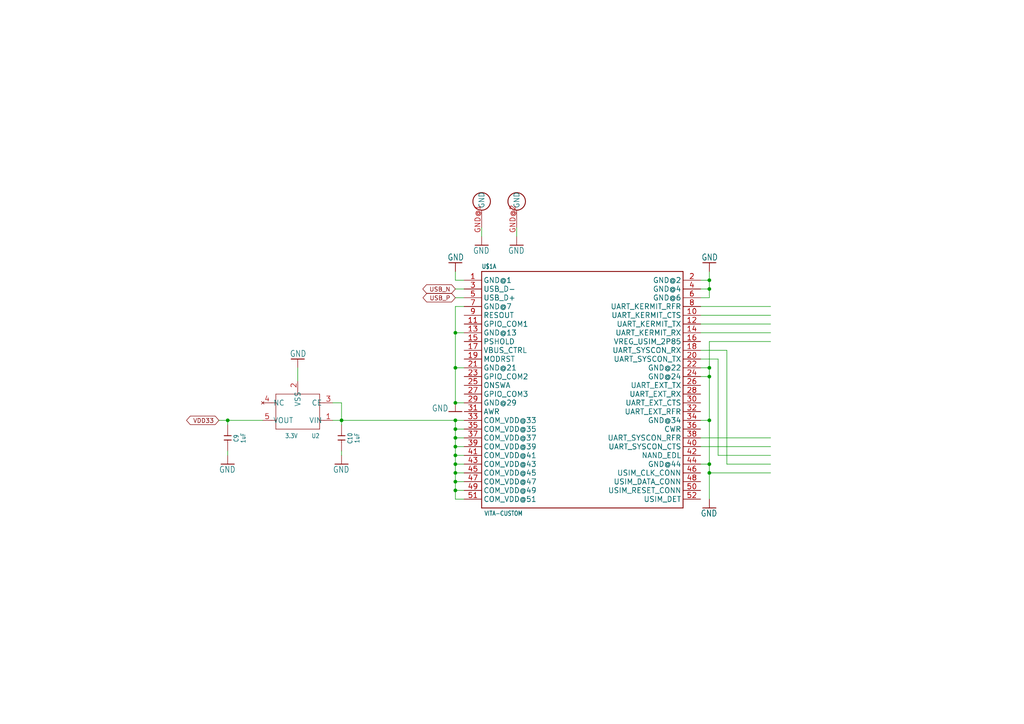
<source format=kicad_sch>
(kicad_sch (version 20250114) (generator "eeschema") (generator_version "9.0")
  (paper "A4")
  (lib_symbols
    (symbol "psvsd-eagle-import:CERAMIC-1NF-50V-5%-C0G(0603)"
      (property "Reference" "C" (at -3.81 1.27 0))
      (symbol "CERAMIC-1NF-50V-5%-C0G(0603)_1_0"
        (polyline (pts (xy -1.27 0) (xy -0.635 0)) (stroke (width 0.1524)))
        (polyline (pts (xy -0.635 0) (xy -0.635 1.016)) (stroke (width 0.254)))
        (polyline (pts (xy -0.635 -1.016) (xy -0.635 0)) (stroke (width 0.254)))
        (polyline (pts (xy 0.635 1.016) (xy 0.635 0)) (stroke (width 0.254)))
        (polyline (pts (xy 0.635 0) (xy 0.635 -1.016)) (stroke (width 0.254)))
        (polyline (pts (xy 0.635 0) (xy 1.27 0)) (stroke (width 0.1524)))
        (pin passive line (at -3.81 0 0) (length 2.54) (name "1") (number "1"))
        (pin passive line (at 3.81 0 180) (length 2.54) (name "2") (number "2"))
      )
    )
    (symbol "psvsd-eagle-import:GND" (power)
      (symbol "GND_1_0"
        (polyline (pts (xy -1.905 0) (xy 1.905 0)) (stroke (width 0.254)))
        (pin power_in line (at 0 2.54 270) (length 2.54) (name "GND") (number "1"))
      )
    )
    (symbol "psvsd-eagle-import:PMIC-LDO-XC6204B332MR(SOT23-5)"
      (property "Reference" "U" (at -6.35 6.35 0))
      (symbol "PMIC-LDO-XC6204B332MR(SOT23-5)_1_0"
        (polyline (pts (xy -7.62 2.54) (xy -6.35 2.54)) (stroke (width 0.1524)))
        (polyline (pts (xy -7.62 -2.54) (xy -6.35 -2.54)) (stroke (width 0.1524)))
        (polyline (pts (xy -6.35 5.08) (xy 6.35 5.08)) (stroke (width 0.1524)))
        (polyline (pts (xy -6.35 2.54) (xy -6.35 5.08)) (stroke (width 0.1524)))
        (polyline (pts (xy -6.35 -2.54) (xy -6.35 2.54)) (stroke (width 0.1524)))
        (polyline (pts (xy -6.35 -5.08) (xy -6.35 -2.54)) (stroke (width 0.1524)))
        (polyline (pts (xy 0 -5.08) (xy -6.35 -5.08)) (stroke (width 0.1524)))
        (polyline (pts (xy 0 -6.35) (xy 0 -5.08)) (stroke (width 0.1524)))
        (polyline (pts (xy 6.35 5.08) (xy 6.35 2.54)) (stroke (width 0.1524)))
        (polyline (pts (xy 6.35 2.54) (xy 6.35 -2.54)) (stroke (width 0.1524)))
        (polyline (pts (xy 6.35 -2.54) (xy 6.35 -5.08)) (stroke (width 0.1524)))
        (polyline (pts (xy 6.35 -5.08) (xy 0 -5.08)) (stroke (width 0.1524)))
        (polyline (pts (xy 7.62 2.54) (xy 6.35 2.54)) (stroke (width 0.1524)))
        (polyline (pts (xy 7.62 -2.54) (xy 6.35 -2.54)) (stroke (width 0.1524)))
        (pin input line (at -10.16 2.54 0) (length 2.54) (name "VIN") (number "1"))
        (pin bidirectional line (at -10.16 -2.54 0) (length 2.54) (name "CE") (number "3"))
        (pin power_in line (at 0 -8.89 90) (length 2.54) (name "VSS") (number "2"))
        (pin output line (at 10.16 2.54 180) (length 2.54) (name "VOUT") (number "5"))
        (pin no_connect line (at 10.16 -2.54 180) (length 2.54) (name "NC") (number "4"))
      )
    )
    (symbol "psvsd-eagle-import:VITA-CUSTOM"
      (symbol "VITA-CUSTOM_1_0"
        (polyline (pts (xy -27.94 38.1) (xy 30.48 38.1)) (stroke (width 0.254)))
        (polyline (pts (xy -27.94 -30.48) (xy -27.94 38.1)) (stroke (width 0.254)))
        (polyline (pts (xy 30.48 38.1) (xy 30.48 -30.48)) (stroke (width 0.254)))
        (polyline (pts (xy 30.48 -30.48) (xy -27.94 -30.48)) (stroke (width 0.254)))
        (pin bidirectional line (at -33.02 35.56 0) (length 5.08) (name "GND@1") (number "1"))
        (pin bidirectional line (at -33.02 33.02 0) (length 5.08) (name "USB_D-") (number "3"))
        (pin bidirectional line (at -33.02 30.48 0) (length 5.08) (name "USB_D+") (number "5"))
        (pin bidirectional line (at -33.02 27.94 0) (length 5.08) (name "GND@7") (number "7"))
        (pin bidirectional line (at -33.02 25.4 0) (length 5.08) (name "RESOUT") (number "9"))
        (pin bidirectional line (at -33.02 22.86 0) (length 5.08) (name "GPIO_COM1") (number "11"))
        (pin bidirectional line (at -33.02 20.32 0) (length 5.08) (name "GND@13") (number "13"))
        (pin bidirectional line (at -33.02 17.78 0) (length 5.08) (name "PSHOLD") (number "15"))
        (pin bidirectional line (at -33.02 15.24 0) (length 5.08) (name "VBUS_CTRL") (number "17"))
        (pin bidirectional line (at -33.02 12.7 0) (length 5.08) (name "MODRST") (number "19"))
        (pin bidirectional line (at -33.02 10.16 0) (length 5.08) (name "GND@21") (number "21"))
        (pin bidirectional line (at -33.02 7.62 0) (length 5.08) (name "GPIO_COM2") (number "23"))
        (pin bidirectional line (at -33.02 5.08 0) (length 5.08) (name "ONSWA") (number "25"))
        (pin bidirectional line (at -33.02 2.54 0) (length 5.08) (name "GPIO_COM3") (number "27"))
        (pin bidirectional line (at -33.02 0 0) (length 5.08) (name "GND@29") (number "29"))
        (pin bidirectional line (at -33.02 -2.54 0) (length 5.08) (name "AWR") (number "31"))
        (pin bidirectional line (at -33.02 -5.08 0) (length 5.08) (name "COM_VDD@33") (number "33"))
        (pin bidirectional line (at -33.02 -7.62 0) (length 5.08) (name "COM_VDD@35") (number "35"))
        (pin bidirectional line (at -33.02 -10.16 0) (length 5.08) (name "COM_VDD@37") (number "37"))
        (pin bidirectional line (at -33.02 -12.7 0) (length 5.08) (name "COM_VDD@39") (number "39"))
        (pin bidirectional line (at -33.02 -15.24 0) (length 5.08) (name "COM_VDD@41") (number "41"))
        (pin bidirectional line (at -33.02 -17.78 0) (length 5.08) (name "COM_VDD@43") (number "43"))
        (pin bidirectional line (at -33.02 -20.32 0) (length 5.08) (name "COM_VDD@45") (number "45"))
        (pin bidirectional line (at -33.02 -22.86 0) (length 5.08) (name "COM_VDD@47") (number "47"))
        (pin bidirectional line (at -33.02 -25.4 0) (length 5.08) (name "COM_VDD@49") (number "49"))
        (pin bidirectional line (at -33.02 -27.94 0) (length 5.08) (name "COM_VDD@51") (number "51"))
        (pin bidirectional line (at 35.56 35.56 180) (length 5.08) (name "GND@2") (number "2"))
        (pin bidirectional line (at 35.56 33.02 180) (length 5.08) (name "GND@4") (number "4"))
        (pin bidirectional line (at 35.56 30.48 180) (length 5.08) (name "GND@6") (number "6"))
        (pin bidirectional line (at 35.56 27.94 180) (length 5.08) (name "UART_KERMIT_RFR") (number "8"))
        (pin bidirectional line (at 35.56 25.4 180) (length 5.08) (name "UART_KERMIT_CTS") (number "10"))
        (pin bidirectional line (at 35.56 22.86 180) (length 5.08) (name "UART_KERMIT_TX") (number "12"))
        (pin bidirectional line (at 35.56 20.32 180) (length 5.08) (name "UART_KERMIT_RX") (number "14"))
        (pin bidirectional line (at 35.56 17.78 180) (length 5.08) (name "VREG_USIM_2P85") (number "16"))
        (pin bidirectional line (at 35.56 15.24 180) (length 5.08) (name "UART_SYSCON_RX") (number "18"))
        (pin bidirectional line (at 35.56 12.7 180) (length 5.08) (name "UART_SYSCON_TX") (number "20"))
        (pin bidirectional line (at 35.56 10.16 180) (length 5.08) (name "GND@22") (number "22"))
        (pin bidirectional line (at 35.56 7.62 180) (length 5.08) (name "GND@24") (number "24"))
        (pin bidirectional line (at 35.56 5.08 180) (length 5.08) (name "UART_EXT_TX") (number "26"))
        (pin bidirectional line (at 35.56 2.54 180) (length 5.08) (name "UART_EXT_RX") (number "28"))
        (pin bidirectional line (at 35.56 0 180) (length 5.08) (name "UART_EXT_CTS") (number "30"))
        (pin bidirectional line (at 35.56 -2.54 180) (length 5.08) (name "UART_EXT_RFR") (number "32"))
        (pin bidirectional line (at 35.56 -5.08 180) (length 5.08) (name "GND@34") (number "34"))
        (pin bidirectional line (at 35.56 -7.62 180) (length 5.08) (name "CWR") (number "36"))
        (pin bidirectional line (at 35.56 -10.16 180) (length 5.08) (name "UART_SYSCON_RFR") (number "38"))
        (pin bidirectional line (at 35.56 -12.7 180) (length 5.08) (name "UART_SYSCON_CTS") (number "40"))
        (pin bidirectional line (at 35.56 -15.24 180) (length 5.08) (name "NAND_EDL") (number "42"))
        (pin bidirectional line (at 35.56 -17.78 180) (length 5.08) (name "GND@44") (number "44"))
        (pin bidirectional line (at 35.56 -20.32 180) (length 5.08) (name "USIM_CLK_CONN") (number "46"))
        (pin bidirectional line (at 35.56 -22.86 180) (length 5.08) (name "USIM_DATA_CONN") (number "48"))
        (pin bidirectional line (at 35.56 -25.4 180) (length 5.08) (name "USIM_RESET_CONN") (number "50"))
        (pin bidirectional line (at 35.56 -27.94 180) (length 5.08) (name "USIM_DET") (number "52"))
      )
      (symbol "VITA-CUSTOM_2_0"
        (circle (center 0 2.54) (radius 2.54) (stroke (width 0.254)))
        (pin power_in line (at 0 -5.08 90) (length 5.08) (name "GND") (number "GND@1"))
      )
      (symbol "VITA-CUSTOM_3_0"
        (circle (center 0 2.54) (radius 2.54) (stroke (width 0.254)))
        (pin power_in line (at 0 -5.08 90) (length 5.08) (name "GND") (number "GND@2"))
      )
    )
  )
  (junction (at 132.08 124.46))
  (junction (at 205.74 137.16))
  (junction (at 205.74 83.82))
  (junction (at 132.08 142.24))
  (junction (at 132.08 121.92))
  (junction (at 205.74 81.28))
  (junction (at 132.08 129.54))
  (junction (at 205.74 134.62))
  (junction (at 132.08 96.52))
  (junction (at 99.06 121.92))
  (junction (at 66.04 121.92))
  (junction (at 132.08 127))
  (junction (at 132.08 132.08))
  (junction (at 132.08 106.68))
  (junction (at 205.74 106.68))
  (junction (at 205.74 109.22))
  (junction (at 132.08 134.62))
  (junction (at 132.08 139.7))
  (junction (at 205.74 121.92))
  (junction (at 132.08 116.84))
  (junction (at 132.08 137.16))
  (wire (pts (xy 134.62 129.54) (xy 132.08 129.54)) (stroke (width 0.1524)))
  (wire (pts (xy 99.06 116.84) (xy 99.06 121.92)) (stroke (width 0.1524)))
  (wire (pts (xy 205.74 83.82) (xy 205.74 81.28)) (stroke (width 0.1524)))
  (wire (pts (xy 132.08 142.24) (xy 132.08 139.7)) (stroke (width 0.1524)))
  (wire (pts (xy 223.52 99.06) (xy 205.74 99.06)) (stroke (width 0.1524)))
  (wire (pts (xy 134.62 132.08) (xy 132.08 132.08)) (stroke (width 0.1524)))
  (wire (pts (xy 205.74 134.62) (xy 205.74 137.16)) (stroke (width 0.1524)))
  (wire (pts (xy 203.2 91.44) (xy 223.52 91.44)) (stroke (width 0.1524)))
  (wire (pts (xy 134.62 83.82) (xy 132.08 83.82)) (stroke (width 0.1524)))
  (wire (pts (xy 203.2 129.54) (xy 223.52 129.54)) (stroke (width 0.1524)))
  (wire (pts (xy 203.2 88.9) (xy 223.52 88.9)) (stroke (width 0.1524)))
  (wire (pts (xy 203.2 109.22) (xy 205.74 109.22)) (stroke (width 0.1524)))
  (wire (pts (xy 132.08 127) (xy 132.08 124.46)) (stroke (width 0.1524)))
  (wire (pts (xy 66.04 130.81) (xy 66.04 132.08)))
  (wire (pts (xy 134.62 106.68) (xy 132.08 106.68)) (stroke (width 0.1524)))
  (wire (pts (xy 149.86 66.04) (xy 149.86 68.58)) (stroke (width 0.1524)))
  (wire (pts (xy 208.28 132.08) (xy 208.28 104.14)) (stroke (width 0.1524)))
  (wire (pts (xy 132.08 144.78) (xy 132.08 142.24)) (stroke (width 0.1524)))
  (wire (pts (xy 132.08 139.7) (xy 132.08 137.16)) (stroke (width 0.1524)))
  (wire (pts (xy 132.08 81.28) (xy 132.08 78.74)) (stroke (width 0.1524)))
  (wire (pts (xy 66.04 121.92) (xy 76.2 121.92)) (stroke (width 0.1524)))
  (wire (pts (xy 134.62 142.24) (xy 132.08 142.24)) (stroke (width 0.1524)))
  (wire (pts (xy 203.2 127) (xy 223.52 127)) (stroke (width 0.1524)))
  (wire (pts (xy 203.2 134.62) (xy 205.74 134.62)) (stroke (width 0.1524)))
  (wire (pts (xy 132.08 96.52) (xy 132.08 106.68)) (stroke (width 0.1524)))
  (wire (pts (xy 223.52 132.08) (xy 208.28 132.08)) (stroke (width 0.1524)))
  (wire (pts (xy 134.62 127) (xy 132.08 127)) (stroke (width 0.1524)))
  (wire (pts (xy 99.06 130.81) (xy 99.06 132.08)) (stroke (width 0.1524)))
  (wire (pts (xy 134.62 96.52) (xy 132.08 96.52)) (stroke (width 0.1524)))
  (wire (pts (xy 223.52 134.62) (xy 210.82 134.62)) (stroke (width 0.1524)))
  (wire (pts (xy 132.08 129.54) (xy 132.08 127)) (stroke (width 0.1524)))
  (wire (pts (xy 134.62 144.78) (xy 132.08 144.78)) (stroke (width 0.1524)))
  (wire (pts (xy 63.5 121.92) (xy 66.04 121.92)) (stroke (width 0.1524)))
  (wire (pts (xy 205.74 99.06) (xy 205.74 106.68)) (stroke (width 0.1524)))
  (wire (pts (xy 203.2 106.68) (xy 205.74 106.68)) (stroke (width 0.1524)))
  (wire (pts (xy 203.2 93.98) (xy 223.52 93.98)) (stroke (width 0.1524)))
  (wire (pts (xy 134.62 139.7) (xy 132.08 139.7)) (stroke (width 0.1524)))
  (wire (pts (xy 86.36 110.49) (xy 86.36 106.68)) (stroke (width 0.1524)))
  (wire (pts (xy 205.74 121.92) (xy 205.74 134.62)) (stroke (width 0.1524)))
  (wire (pts (xy 99.06 121.92) (xy 96.52 121.92)) (stroke (width 0.1524)))
  (wire (pts (xy 134.62 86.36) (xy 132.08 86.36)) (stroke (width 0.1524)))
  (wire (pts (xy 134.62 116.84) (xy 132.08 116.84)) (stroke (width 0.1524)))
  (wire (pts (xy 205.74 137.16) (xy 205.74 144.78)) (stroke (width 0.1524)))
  (wire (pts (xy 134.62 81.28) (xy 132.08 81.28)) (stroke (width 0.1524)))
  (wire (pts (xy 134.62 134.62) (xy 132.08 134.62)) (stroke (width 0.1524)))
  (wire (pts (xy 134.62 88.9) (xy 132.08 88.9)) (stroke (width 0.1524)))
  (wire (pts (xy 203.2 121.92) (xy 205.74 121.92)) (stroke (width 0.1524)))
  (wire (pts (xy 132.08 121.92) (xy 99.06 121.92)) (stroke (width 0.1524)))
  (wire (pts (xy 132.08 134.62) (xy 132.08 132.08)) (stroke (width 0.1524)))
  (wire (pts (xy 132.08 132.08) (xy 132.08 129.54)) (stroke (width 0.1524)))
  (wire (pts (xy 134.62 121.92) (xy 132.08 121.92)) (stroke (width 0.1524)))
  (wire (pts (xy 205.74 106.68) (xy 205.74 109.22)) (stroke (width 0.1524)))
  (wire (pts (xy 205.74 86.36) (xy 205.74 83.82)) (stroke (width 0.1524)))
  (wire (pts (xy 96.52 116.84) (xy 99.06 116.84)) (stroke (width 0.1524)))
  (wire (pts (xy 66.04 121.92) (xy 66.04 123.19)))
  (wire (pts (xy 203.2 83.82) (xy 205.74 83.82)) (stroke (width 0.1524)))
  (wire (pts (xy 134.62 124.46) (xy 132.08 124.46)) (stroke (width 0.1524)))
  (wire (pts (xy 208.28 104.14) (xy 203.2 104.14)) (stroke (width 0.1524)))
  (wire (pts (xy 132.08 88.9) (xy 132.08 96.52)) (stroke (width 0.1524)))
  (wire (pts (xy 210.82 101.6) (xy 203.2 101.6)) (stroke (width 0.1524)))
  (wire (pts (xy 203.2 86.36) (xy 205.74 86.36)) (stroke (width 0.1524)))
  (wire (pts (xy 223.52 137.16) (xy 205.74 137.16)) (stroke (width 0.1524)))
  (wire (pts (xy 132.08 137.16) (xy 132.08 134.62)) (stroke (width 0.1524)))
  (wire (pts (xy 134.62 137.16) (xy 132.08 137.16)) (stroke (width 0.1524)))
  (wire (pts (xy 210.82 134.62) (xy 210.82 101.6)) (stroke (width 0.1524)))
  (wire (pts (xy 205.74 109.22) (xy 205.74 121.92)) (stroke (width 0.1524)))
  (wire (pts (xy 203.2 96.52) (xy 223.52 96.52)) (stroke (width 0.1524)))
  (wire (pts (xy 99.06 121.92) (xy 99.06 123.19)) (stroke (width 0.1524)))
  (wire (pts (xy 132.08 106.68) (xy 132.08 116.84)) (stroke (width 0.1524)))
  (wire (pts (xy 132.08 124.46) (xy 132.08 121.92)) (stroke (width 0.1524)))
  (wire (pts (xy 205.74 81.28) (xy 205.74 78.74)) (stroke (width 0.1524)))
  (wire (pts (xy 139.7 66.04) (xy 139.7 68.58)) (stroke (width 0.1524)))
  (wire (pts (xy 203.2 81.28) (xy 205.74 81.28)) (stroke (width 0.1524)))
  (global_label "USB_P" (shape bidirectional) (at 132.08 86.36 180) (effects (font (size 1.2446 1.2446))) (property "Intersheetrefs" "${INTERSHEET_REFS}" (effects (hide yes))))
  (global_label "VDD33" (shape bidirectional) (at 63.5 121.92 180) (effects (font (size 1.2446 1.2446))) (property "Intersheetrefs" "${INTERSHEET_REFS}" (effects (hide yes))))
  (global_label "USB_N" (shape bidirectional) (at 132.08 83.82 180) (effects (font (size 1.2446 1.2446))) (property "Intersheetrefs" "${INTERSHEET_REFS}" (effects (hide yes))))
  (symbol (lib_id "psvsd-eagle-import:VITA-CUSTOM") (at 139.7 60.96 0) (unit 2)
    (property "Reference" "U$1" (effects (hide yes)))
    (property "Value" "VITA-CUSTOM" (effects (hide yes)))
    (property "Footprint" "Footprints:VITA-MINI-PCI-E" (effects (hide yes)))
  )
  (symbol (lib_id "psvsd-eagle-import:GND") (at 205.74 76.2 180) (unit 1)
    (property "Reference" "#GND20" (effects (hide yes)))
    (property "Value" "GND" (at 208.28 73.66 0) (effects (font (size 1.778 1.5113)) (justify left bottom)))
  )
  (symbol (lib_id "psvsd-eagle-import:CERAMIC-1NF-50V-5%-C0G(0603)") (at 66.04 127 270) (unit 1)
    (property "Reference" "C9" (at 67.818 125.984 0) (effects (font (size 1.27 1.0795)) (justify left bottom)))
    (property "Value" "1uF" (at 69.85 125.476 0) (effects (font (size 1.27 1.0795)) (justify left bottom)))
    (property "Footprint" "Footprints:C0603_464" (effects (hide yes)))
  )
  (symbol (lib_id "psvsd-eagle-import:GND") (at 149.86 71.12 0) (unit 1)
    (property "Reference" "#GND17" (effects (hide yes)))
    (property "Value" "GND" (at 147.32 73.66 0) (effects (font (size 1.778 1.5113)) (justify left bottom)))
  )
  (symbol (lib_id "psvsd-eagle-import:CERAMIC-1NF-50V-5%-C0G(0603)") (at 99.06 127 270) (unit 1)
    (property "Reference" "C10" (at 100.838 125.476 0) (effects (font (size 1.27 1.0795)) (justify left bottom)))
    (property "Value" "1uF" (at 102.87 125.476 0) (effects (font (size 1.27 1.0795)) (justify left bottom)))
    (property "Footprint" "Footprints:C0603_464" (effects (hide yes)))
  )
  (symbol (lib_id "psvsd-eagle-import:VITA-CUSTOM") (at 167.64 116.84 0) (unit 1)
    (property "Reference" "U$1" (at 139.7 77.978 0) (effects (font (size 1.27 1.0795)) (justify left bottom)))
    (property "Value" "VITA-CUSTOM" (at 140.462 149.606 0) (effects (font (size 1.27 1.0795)) (justify left bottom)))
    (property "Footprint" "Footprints:VITA-MINI-PCI-E" (effects (hide yes)))
  )
  (symbol (lib_id "psvsd-eagle-import:VITA-CUSTOM") (at 149.86 60.96 0) (unit 3)
    (property "Reference" "U$1" (effects (hide yes)))
    (property "Value" "VITA-CUSTOM" (effects (hide yes)))
    (property "Footprint" "Footprints:VITA-MINI-PCI-E" (effects (hide yes)))
  )
  (symbol (lib_id "psvsd-eagle-import:GND") (at 66.04 134.62 0) (unit 1)
    (property "Reference" "#GND16" (effects (hide yes)))
    (property "Value" "GND" (at 63.5 137.16 0) (effects (font (size 1.778 1.5113)) (justify left bottom)))
  )
  (symbol (lib_id "psvsd-eagle-import:GND") (at 132.08 119.38 0) (unit 1)
    (property "Reference" "#GND19" (effects (hide yes)))
    (property "Value" "GND" (at 125.222 119.38 0) (effects (font (size 1.778 1.5113)) (justify left bottom)))
  )
  (symbol (lib_id "psvsd-eagle-import:GND") (at 86.36 104.14 180) (unit 1)
    (property "Reference" "#GND13" (effects (hide yes)))
    (property "Value" "GND" (at 88.9 101.6 0) (effects (font (size 1.778 1.5113)) (justify left bottom)))
  )
  (symbol (lib_id "psvsd-eagle-import:GND") (at 205.74 147.32 0) (unit 1)
    (property "Reference" "#GND21" (effects (hide yes)))
    (property "Value" "GND" (at 203.2 149.86 0) (effects (font (size 1.778 1.5113)) (justify left bottom)))
  )
  (symbol (lib_id "psvsd-eagle-import:GND") (at 99.06 134.62 0) (unit 1)
    (property "Reference" "#GND15" (effects (hide yes)))
    (property "Value" "GND" (at 96.52 137.16 0) (effects (font (size 1.778 1.5113)) (justify left bottom)))
  )
  (symbol (lib_id "psvsd-eagle-import:PMIC-LDO-XC6204B332MR(SOT23-5)") (at 86.36 119.38 180) (unit 1)
    (property "Reference" "U2" (at 92.71 125.73 0) (effects (font (size 1.27 1.0795)) (justify left bottom)))
    (property "Value" "3.3V" (at 86.36 125.73 0) (effects (font (size 1.27 1.0795)) (justify left bottom)))
    (property "Footprint" "Footprints:SOT-23-5_470" (effects (hide yes)))
  )
  (symbol (lib_id "psvsd-eagle-import:GND") (at 132.08 76.2 180) (unit 1)
    (property "Reference" "#GND18" (effects (hide yes)))
    (property "Value" "GND" (at 134.62 73.66 0) (effects (font (size 1.778 1.5113)) (justify left bottom)))
  )
  (symbol (lib_id "psvsd-eagle-import:GND") (at 139.7 71.12 0) (unit 1)
    (property "Reference" "#GND14" (effects (hide yes)))
    (property "Value" "GND" (at 137.16 73.66 0) (effects (font (size 1.778 1.5113)) (justify left bottom)))
  )
)
</source>
